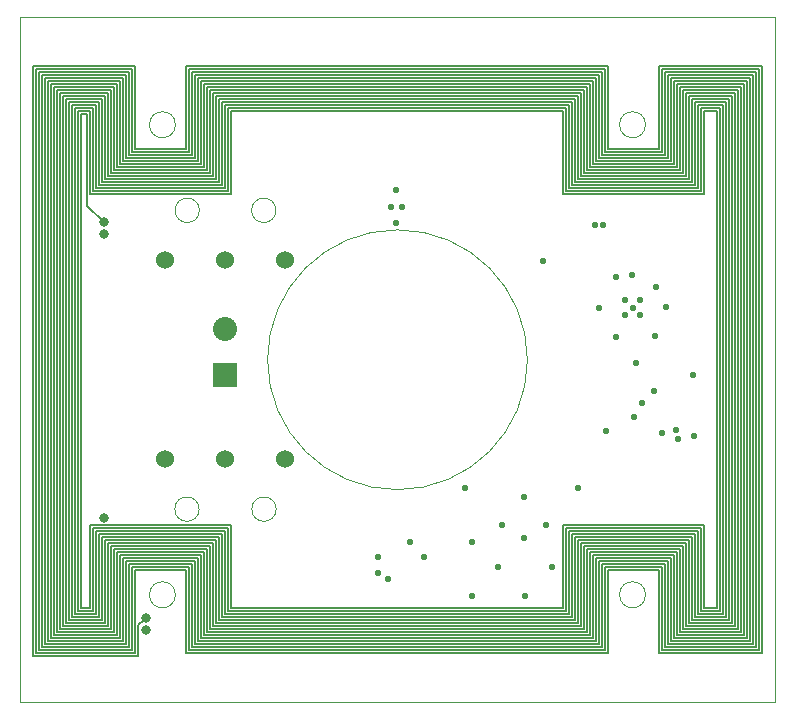
<source format=gbr>
%TF.GenerationSoftware,KiCad,Pcbnew,(5.1.4)-1*%
%TF.CreationDate,2019-10-25T20:54:22-07:00*%
%TF.ProjectId,solarpcd,736f6c61-7270-4636-942e-6b696361645f,rev?*%
%TF.SameCoordinates,Original*%
%TF.FileFunction,Copper,L2,Inr*%
%TF.FilePolarity,Positive*%
%FSLAX46Y46*%
G04 Gerber Fmt 4.6, Leading zero omitted, Abs format (unit mm)*
G04 Created by KiCad (PCBNEW (5.1.4)-1) date 2019-10-25 20:54:22*
%MOMM*%
%LPD*%
G04 APERTURE LIST*
%ADD10C,0.050000*%
%ADD11C,0.120000*%
%ADD12C,0.100000*%
%ADD13C,1.524000*%
%ADD14C,2.032000*%
%ADD15R,2.032000X2.032000*%
%ADD16C,0.584200*%
%ADD17C,0.800000*%
%ADD18C,0.127000*%
G04 APERTURE END LIST*
D10*
X156000000Y-99000000D02*
G75*
G03X156000000Y-99000000I-11000000J0D01*
G01*
X134727563Y-111650000D02*
G75*
G03X134727563Y-111650000I-1029563J0D01*
G01*
X128202563Y-111650000D02*
G75*
G03X128202563Y-111650000I-1029563J0D01*
G01*
X134704563Y-86350000D02*
G75*
G03X134704563Y-86350000I-1029563J0D01*
G01*
X128229563Y-86350000D02*
G75*
G03X128229563Y-86350000I-1029563J0D01*
G01*
X166000000Y-79100000D02*
G75*
G03X166000000Y-79100000I-1100000J0D01*
G01*
X126200000Y-79100000D02*
G75*
G03X126200000Y-79100000I-1100000J0D01*
G01*
X166000000Y-118900000D02*
G75*
G03X166000000Y-118900000I-1100000J0D01*
G01*
D11*
X126200000Y-118900000D02*
G75*
G03X126200000Y-118900000I-1100000J0D01*
G01*
D12*
X177000000Y-70000000D02*
X113000000Y-70000000D01*
X113000000Y-128000000D02*
X177000000Y-128000000D01*
X177000000Y-128000000D02*
X177000000Y-70000000D01*
X113000000Y-70000000D02*
X113000000Y-128000000D01*
D13*
X135509000Y-107442000D03*
X130429000Y-107442000D03*
X125349000Y-107442000D03*
X125349000Y-90551000D03*
X130429000Y-90551000D03*
X135509000Y-90551000D03*
D14*
X130429000Y-96398200D03*
D15*
X130429000Y-100253800D03*
D16*
X164934900Y-94604840D03*
X165541960Y-95211900D03*
X163512500Y-97091500D03*
X164272744Y-95204260D03*
X165517344Y-93934260D03*
X164272744Y-93934260D03*
X163507307Y-91983012D03*
X143383006Y-117094000D03*
X146018250Y-114458750D03*
X155796000Y-118966000D03*
X151296000Y-119038000D03*
X151296000Y-114466000D03*
X153543000Y-116586000D03*
X158115000Y-116586000D03*
X155702000Y-114109500D03*
X157543500Y-113030000D03*
X153860500Y-112966500D03*
X160274000Y-109855000D03*
X150749000Y-109855000D03*
X165227000Y-99314000D03*
X166878000Y-92837000D03*
X162623500Y-105029000D03*
X167376209Y-105218610D03*
X143383000Y-115697000D03*
X162088344Y-94594660D03*
X166751000Y-101663500D03*
X168592498Y-104965500D03*
X144208500Y-117601994D03*
X168783225Y-105728740D03*
X147256488Y-115697000D03*
X165735000Y-102679500D03*
X144907000Y-84645500D03*
X170116500Y-105473500D03*
X169989500Y-100266500D03*
X165036500Y-103886000D03*
X144907000Y-87439500D03*
D17*
X120142000Y-112395000D03*
X123698000Y-120904000D03*
X120142000Y-88392000D03*
X123698000Y-121920000D03*
X120142000Y-87376000D03*
D16*
X145415000Y-86042500D03*
X144462500Y-86042500D03*
X162369500Y-87566500D03*
X161734500Y-87566500D03*
X167767000Y-94551500D03*
X166814500Y-96964500D03*
X157353000Y-90614500D03*
X164882344Y-91825156D03*
X155702016Y-110617000D03*
D18*
X117221000Y-120777000D02*
X117221000Y-120904000D01*
X117221000Y-121031000D02*
X117221000Y-120777000D01*
X129921000Y-121031000D02*
X129921000Y-114046000D01*
X160020000Y-121031000D02*
X129921000Y-121031000D01*
X160020000Y-114046000D02*
X160020000Y-121031000D01*
X173101000Y-121031000D02*
X169926000Y-121031000D01*
X160020000Y-83947000D02*
X169926000Y-83947000D01*
X160020000Y-76962000D02*
X160020000Y-83947000D01*
X129921000Y-76962000D02*
X160020000Y-76962000D01*
X129921000Y-83947000D02*
X129921000Y-76962000D01*
X120015000Y-83947000D02*
X129921000Y-83947000D01*
X120015000Y-76962000D02*
X120015000Y-83947000D01*
X120269000Y-114300000D02*
X120269000Y-121285000D01*
X129667000Y-114300000D02*
X120269000Y-114300000D01*
X129667000Y-121285000D02*
X129667000Y-114300000D01*
X128143000Y-122809000D02*
X128143000Y-115824000D01*
X169672000Y-121285000D02*
X169672000Y-114300000D01*
X169672000Y-76708000D02*
X173355000Y-76708000D01*
X116713000Y-76708000D02*
X120269000Y-76708000D01*
X116713000Y-121539000D02*
X116713000Y-76708000D01*
X173355000Y-121285000D02*
X169672000Y-121285000D01*
X120269000Y-76708000D02*
X120269000Y-83693000D01*
X114427000Y-74422000D02*
X122555000Y-74422000D01*
X120523000Y-121539000D02*
X116713000Y-121539000D01*
X116967000Y-76962000D02*
X120015000Y-76962000D01*
X160528000Y-121539000D02*
X129413000Y-121539000D01*
X162306000Y-74676000D02*
X162306000Y-81661000D01*
X169418000Y-114554000D02*
X160528000Y-114554000D01*
X161036000Y-82946000D02*
X168895000Y-82946000D01*
X129667000Y-83693000D02*
X129667000Y-76708000D01*
X169164000Y-121793000D02*
X169164000Y-114808000D01*
X129413000Y-76454000D02*
X160528000Y-76454000D01*
X116459000Y-76454000D02*
X120523000Y-76454000D01*
X116459000Y-121793000D02*
X116459000Y-76454000D01*
X129159000Y-121793000D02*
X129159000Y-114808000D01*
X160782000Y-114808000D02*
X160782000Y-121793000D01*
X122301000Y-81661000D02*
X127635000Y-81661000D01*
X120269000Y-83693000D02*
X129667000Y-83693000D01*
X115951000Y-75946000D02*
X121031000Y-75946000D01*
X120523000Y-76454000D02*
X120523000Y-83439000D01*
X160782000Y-121793000D02*
X129159000Y-121793000D01*
X169164000Y-114808000D02*
X160782000Y-114808000D01*
X173863000Y-121793000D02*
X169164000Y-121793000D01*
X169672000Y-83693000D02*
X169672000Y-76708000D01*
X169164000Y-76200000D02*
X173863000Y-76200000D01*
X127889000Y-116078000D02*
X122047000Y-116078000D01*
X129159000Y-76200000D02*
X160782000Y-76200000D01*
X122301000Y-123317000D02*
X114935000Y-123317000D01*
X162052000Y-123063000D02*
X127889000Y-123063000D01*
X120777000Y-76200000D02*
X120777000Y-83185000D01*
X116205000Y-122047000D02*
X116205000Y-76200000D01*
X121031000Y-122047000D02*
X116205000Y-122047000D01*
X167894000Y-81915000D02*
X167894000Y-74930000D01*
X120777000Y-114808000D02*
X120777000Y-121793000D01*
X121031000Y-115062000D02*
X121031000Y-122047000D01*
X161036000Y-122047000D02*
X128905000Y-122047000D01*
X168910000Y-115062000D02*
X161036000Y-115062000D01*
X160274000Y-114300000D02*
X160274000Y-121285000D01*
X169672000Y-114300000D02*
X160274000Y-114300000D01*
X168910000Y-82931000D02*
X168910000Y-75946000D01*
X128905000Y-115062000D02*
X121031000Y-115062000D01*
X161798000Y-82169000D02*
X168148000Y-82169000D01*
X161036000Y-75946000D02*
X161036000Y-82946000D01*
X128905000Y-82931000D02*
X128905000Y-75946000D01*
X160528000Y-114554000D02*
X160528000Y-121539000D01*
X162306000Y-116332000D02*
X162306000Y-123317000D01*
X127889000Y-81915000D02*
X127889000Y-74930000D01*
X161290000Y-115316000D02*
X161290000Y-122301000D01*
X167894000Y-123063000D02*
X167894000Y-116078000D01*
X160528000Y-83439000D02*
X169418000Y-83439000D01*
X168656000Y-115316000D02*
X161290000Y-115316000D01*
X168656000Y-122301000D02*
X168656000Y-115316000D01*
X120015000Y-114046000D02*
X120015000Y-121031000D01*
X129413000Y-121539000D02*
X129413000Y-114554000D01*
X174625000Y-122555000D02*
X168402000Y-122555000D01*
X160274000Y-76708000D02*
X160274000Y-83693000D01*
X168656000Y-75692000D02*
X174371000Y-75692000D01*
X168656000Y-82677000D02*
X168656000Y-75692000D01*
X161290000Y-82677000D02*
X168656000Y-82677000D01*
X128651000Y-75692000D02*
X161290000Y-75692000D01*
X128651000Y-82677000D02*
X128651000Y-75692000D01*
X121285000Y-75692000D02*
X121285000Y-82677000D01*
X121539000Y-122555000D02*
X115697000Y-122555000D01*
X121539000Y-115570000D02*
X121539000Y-122555000D01*
X128397000Y-122555000D02*
X128397000Y-115570000D01*
X120523000Y-83439000D02*
X129413000Y-83439000D01*
X175133000Y-123063000D02*
X167894000Y-123063000D01*
X114681000Y-123571000D02*
X114681000Y-74676000D01*
X161544000Y-115570000D02*
X161544000Y-122555000D01*
X115189000Y-75184000D02*
X121793000Y-75184000D01*
X128905000Y-122047000D02*
X128905000Y-115062000D01*
X161798000Y-75184000D02*
X161798000Y-82169000D01*
X168402000Y-122555000D02*
X168402000Y-115570000D01*
X168402000Y-115570000D02*
X161544000Y-115570000D01*
X169926000Y-121031000D02*
X169926000Y-114046000D01*
X167640000Y-116332000D02*
X162306000Y-116332000D01*
X161544000Y-75438000D02*
X161544000Y-82423000D01*
X114935000Y-123317000D02*
X114935000Y-74930000D01*
X161544000Y-122555000D02*
X128397000Y-122555000D01*
X128397000Y-115570000D02*
X121539000Y-115570000D01*
X161544000Y-82423000D02*
X168402000Y-82423000D01*
X120269000Y-121285000D02*
X116967000Y-121285000D01*
X129413000Y-114554000D02*
X120523000Y-114554000D01*
X174371000Y-122301000D02*
X168656000Y-122301000D01*
X120777000Y-121793000D02*
X116459000Y-121793000D01*
X162560000Y-81407000D02*
X167386000Y-81407000D01*
X128397000Y-82423000D02*
X128397000Y-75438000D01*
X127635000Y-81661000D02*
X127635000Y-74676000D01*
X162306000Y-123317000D02*
X127635000Y-123317000D01*
X160274000Y-83693000D02*
X169672000Y-83693000D01*
X121285000Y-82677000D02*
X128651000Y-82677000D01*
X115443000Y-122809000D02*
X115443000Y-75438000D01*
X120015000Y-121031000D02*
X117221000Y-121031000D01*
X129667000Y-76708000D02*
X160274000Y-76708000D01*
X167386000Y-123571000D02*
X167386000Y-116586000D01*
X121793000Y-115824000D02*
X121793000Y-122809000D01*
X129413000Y-83439000D02*
X129413000Y-76454000D01*
X127889000Y-74930000D02*
X162052000Y-74930000D01*
X168895000Y-82946000D02*
X168910000Y-82931000D01*
X121539000Y-75438000D02*
X121539000Y-82423000D01*
X167386000Y-74422000D02*
X175641000Y-74422000D01*
X115189000Y-123063000D02*
X115189000Y-75184000D01*
X168402000Y-82423000D02*
X168402000Y-75438000D01*
X169926000Y-76962000D02*
X173101000Y-76962000D01*
X114681000Y-74676000D02*
X122301000Y-74676000D01*
X128143000Y-115824000D02*
X121793000Y-115824000D01*
X128651000Y-115316000D02*
X121285000Y-115316000D01*
X174879000Y-122809000D02*
X168148000Y-122809000D01*
X114427000Y-123825000D02*
X114427000Y-74422000D01*
X162052000Y-81915000D02*
X167894000Y-81915000D01*
X168148000Y-115824000D02*
X161798000Y-115824000D01*
X160782000Y-76200000D02*
X160782000Y-83185000D01*
X168148000Y-82169000D02*
X168148000Y-75184000D01*
X169164000Y-83185000D02*
X169164000Y-76200000D01*
X162560000Y-74422000D02*
X162560000Y-81407000D01*
X160782000Y-83185000D02*
X169164000Y-83185000D01*
X127381000Y-116586000D02*
X122555000Y-116586000D01*
X127635000Y-116332000D02*
X122301000Y-116332000D01*
X121793000Y-82169000D02*
X128143000Y-82169000D01*
X161798000Y-115824000D02*
X161798000Y-122809000D01*
X169418000Y-76454000D02*
X173609000Y-76454000D01*
X168148000Y-75184000D02*
X174879000Y-75184000D01*
X160274000Y-121285000D02*
X129667000Y-121285000D01*
X120523000Y-114554000D02*
X120523000Y-121539000D01*
X122047000Y-123063000D02*
X115189000Y-123063000D01*
X121793000Y-122809000D02*
X115443000Y-122809000D01*
X122555000Y-116586000D02*
X122555000Y-123571000D01*
X122047000Y-116078000D02*
X122047000Y-123063000D01*
X121285000Y-115316000D02*
X121285000Y-122301000D01*
X127889000Y-123063000D02*
X127889000Y-116078000D01*
X116205000Y-76200000D02*
X120777000Y-76200000D01*
X121285000Y-122301000D02*
X115951000Y-122301000D01*
X122555000Y-123571000D02*
X114681000Y-123571000D01*
X115697000Y-122555000D02*
X115697000Y-75692000D01*
X162052000Y-116078000D02*
X162052000Y-123063000D01*
X167894000Y-74930000D02*
X175133000Y-74930000D01*
X169926000Y-83947000D02*
X169926000Y-76962000D01*
X121539000Y-82423000D02*
X128397000Y-82423000D01*
X121031000Y-82931000D02*
X128905000Y-82931000D01*
X127635000Y-123317000D02*
X127635000Y-116332000D01*
X129921000Y-114046000D02*
X120015000Y-114046000D01*
X174117000Y-122047000D02*
X168910000Y-122047000D01*
X161290000Y-75692000D02*
X161290000Y-82677000D01*
X122301000Y-116332000D02*
X122301000Y-123317000D01*
X122301000Y-74676000D02*
X122301000Y-81661000D01*
X160528000Y-76454000D02*
X160528000Y-83439000D01*
X168910000Y-75946000D02*
X174117000Y-75946000D01*
X161798000Y-122809000D02*
X128143000Y-122809000D01*
X161290000Y-122301000D02*
X128651000Y-122301000D01*
X168910000Y-122047000D02*
X168910000Y-115062000D01*
X128143000Y-75184000D02*
X161798000Y-75184000D01*
X167640000Y-123317000D02*
X167640000Y-116332000D01*
X175387000Y-123317000D02*
X167640000Y-123317000D01*
X129159000Y-83185000D02*
X129159000Y-76200000D01*
X162306000Y-81661000D02*
X167640000Y-81661000D01*
X122047000Y-81915000D02*
X127889000Y-81915000D01*
X168148000Y-122809000D02*
X168148000Y-115824000D01*
X173609000Y-121539000D02*
X169418000Y-121539000D01*
X162052000Y-74930000D02*
X162052000Y-81915000D01*
X128905000Y-75946000D02*
X161036000Y-75946000D01*
X167894000Y-116078000D02*
X162052000Y-116078000D01*
X127635000Y-74676000D02*
X162306000Y-74676000D01*
X122555000Y-81407000D02*
X127381000Y-81407000D01*
X121031000Y-75946000D02*
X121031000Y-82931000D01*
X128143000Y-82169000D02*
X128143000Y-75184000D01*
X122047000Y-74930000D02*
X122047000Y-81915000D01*
X114935000Y-74930000D02*
X122047000Y-74930000D01*
X127381000Y-123571000D02*
X127381000Y-116586000D01*
X120777000Y-83185000D02*
X129159000Y-83185000D01*
X162560000Y-123571000D02*
X127381000Y-123571000D01*
X169418000Y-121539000D02*
X169418000Y-114554000D01*
X128651000Y-122301000D02*
X128651000Y-115316000D01*
X116967000Y-121285000D02*
X116967000Y-76962000D01*
X162560000Y-116586000D02*
X162560000Y-123571000D01*
X122555000Y-74422000D02*
X122555000Y-81407000D01*
X128397000Y-75438000D02*
X161544000Y-75438000D01*
X167386000Y-116586000D02*
X162560000Y-116586000D01*
X115443000Y-75438000D02*
X121539000Y-75438000D01*
X169418000Y-83439000D02*
X169418000Y-76454000D01*
X115697000Y-75692000D02*
X121285000Y-75692000D01*
X175641000Y-123571000D02*
X167386000Y-123571000D01*
X161036000Y-115062000D02*
X161036000Y-122047000D01*
X127381000Y-74422000D02*
X162560000Y-74422000D01*
X168402000Y-75438000D02*
X174625000Y-75438000D01*
X121793000Y-75184000D02*
X121793000Y-82169000D01*
X129159000Y-114808000D02*
X120777000Y-114808000D01*
X167386000Y-81407000D02*
X167386000Y-74422000D01*
X127381000Y-81407000D02*
X127381000Y-74422000D01*
X167640000Y-74676000D02*
X175387000Y-74676000D01*
X169926000Y-114046000D02*
X160020000Y-114046000D01*
X167640000Y-81661000D02*
X167640000Y-74676000D01*
X114427000Y-123825000D02*
X122809000Y-123825000D01*
X122809000Y-123825000D02*
X122809000Y-116840000D01*
X122809000Y-116840000D02*
X127127000Y-116840000D01*
X127127000Y-116840000D02*
X127127000Y-123825000D01*
X127127000Y-123825000D02*
X162814000Y-123825000D01*
X162814000Y-123825000D02*
X162814000Y-116840000D01*
X162814000Y-116840000D02*
X167132000Y-116840000D01*
X167132000Y-116840000D02*
X167132000Y-123825000D01*
X167132000Y-123825000D02*
X175895000Y-123825000D01*
X175895000Y-74168000D02*
X167132000Y-74168000D01*
X167132000Y-74168000D02*
X167132000Y-81153000D01*
X167132000Y-81153000D02*
X162814000Y-81153000D01*
X162814000Y-81153000D02*
X162814000Y-74168000D01*
X162814000Y-74168000D02*
X127127000Y-74168000D01*
X127127000Y-74168000D02*
X127127000Y-81153000D01*
X127127000Y-81153000D02*
X122809000Y-81153000D01*
X122809000Y-81153000D02*
X122809000Y-74168000D01*
X122809000Y-74168000D02*
X114173000Y-74168000D01*
X114173000Y-74168000D02*
X114173000Y-124079000D01*
X114173000Y-124079000D02*
X123063000Y-124079000D01*
X123063000Y-121468000D02*
X123500000Y-121031000D01*
X123063000Y-124079000D02*
X123063000Y-121468000D01*
X115951000Y-122301000D02*
X115951000Y-75946000D01*
X173101000Y-76962000D02*
X173101000Y-121031000D01*
X173355000Y-76708000D02*
X173355000Y-121285000D01*
X173609000Y-76454000D02*
X173609000Y-121539000D01*
X175895000Y-123825000D02*
X175895000Y-74168000D01*
X175641000Y-74422000D02*
X175641000Y-123571000D01*
X175387000Y-74676000D02*
X175387000Y-123317000D01*
X175133000Y-74930000D02*
X175133000Y-123063000D01*
X174879000Y-75184000D02*
X174879000Y-122809000D01*
X174625000Y-75438000D02*
X174625000Y-122555000D01*
X174371000Y-75692000D02*
X174371000Y-122301000D01*
X174117000Y-75946000D02*
X174117000Y-122047000D01*
X173863000Y-76200000D02*
X173863000Y-121793000D01*
X118745000Y-85979000D02*
X120142000Y-87376000D01*
X118745000Y-78232000D02*
X118745000Y-85979000D01*
X118999000Y-113030000D02*
X118999000Y-120015000D01*
X159004000Y-120015000D02*
X130937000Y-120015000D01*
X118237000Y-120015000D02*
X118237000Y-78232000D01*
X170942000Y-120015000D02*
X170942000Y-113030000D01*
X172085000Y-120015000D02*
X170942000Y-120015000D01*
X170942000Y-77978000D02*
X172085000Y-77978000D01*
X170942000Y-84963000D02*
X170942000Y-77978000D01*
X118999000Y-84963000D02*
X130937000Y-84963000D01*
X118999000Y-77978000D02*
X118999000Y-84963000D01*
X117983000Y-77978000D02*
X118999000Y-77978000D01*
X119253000Y-120269000D02*
X117983000Y-120269000D01*
X118999000Y-120015000D02*
X118237000Y-120015000D01*
X170942000Y-113030000D02*
X159004000Y-113030000D01*
X130683000Y-113284000D02*
X119253000Y-113284000D01*
X130683000Y-120269000D02*
X130683000Y-113284000D01*
X159258000Y-113284000D02*
X159258000Y-120269000D01*
X170688000Y-113284000D02*
X159258000Y-113284000D01*
X159004000Y-113030000D02*
X159004000Y-120015000D01*
X170688000Y-120269000D02*
X170688000Y-113284000D01*
X172339000Y-77724000D02*
X172339000Y-120269000D01*
X159258000Y-77724000D02*
X159258000Y-84709000D01*
X130683000Y-84709000D02*
X130683000Y-77724000D01*
X130937000Y-113030000D02*
X118999000Y-113030000D01*
X119253000Y-84709000D02*
X130683000Y-84709000D01*
X159512000Y-113538000D02*
X159512000Y-120523000D01*
X119507000Y-120523000D02*
X117729000Y-120523000D01*
X170434000Y-113538000D02*
X159512000Y-113538000D01*
X119507000Y-84455000D02*
X130429000Y-84455000D01*
X117475000Y-120777000D02*
X117475000Y-77470000D01*
X130429000Y-113538000D02*
X119507000Y-113538000D01*
X170434000Y-120523000D02*
X170434000Y-113538000D01*
X172593000Y-120523000D02*
X170434000Y-120523000D01*
X118237000Y-78232000D02*
X118745000Y-78232000D01*
X119253000Y-77724000D02*
X119253000Y-84709000D01*
X172593000Y-77470000D02*
X172593000Y-120523000D01*
X130937000Y-77978000D02*
X159004000Y-77978000D01*
X130175000Y-120777000D02*
X130175000Y-113792000D01*
X117729000Y-77724000D02*
X119253000Y-77724000D01*
X170434000Y-77470000D02*
X172593000Y-77470000D01*
X170688000Y-77724000D02*
X172339000Y-77724000D01*
X130429000Y-120523000D02*
X130429000Y-113538000D01*
X130683000Y-77724000D02*
X159258000Y-77724000D01*
X119761000Y-113792000D02*
X119761000Y-120777000D01*
X159512000Y-77470000D02*
X159512000Y-84455000D01*
X159004000Y-84963000D02*
X170942000Y-84963000D01*
X170688000Y-84709000D02*
X170688000Y-77724000D01*
X130429000Y-77470000D02*
X159512000Y-77470000D01*
X159766000Y-120777000D02*
X130175000Y-120777000D01*
X130429000Y-84455000D02*
X130429000Y-77470000D01*
X130937000Y-84963000D02*
X130937000Y-77978000D01*
X159258000Y-84709000D02*
X170688000Y-84709000D01*
X130175000Y-84201000D02*
X130175000Y-77216000D01*
X159258000Y-120269000D02*
X130683000Y-120269000D01*
X172847000Y-120777000D02*
X170180000Y-120777000D01*
X119507000Y-77470000D02*
X119507000Y-84455000D01*
X170180000Y-120777000D02*
X170180000Y-113792000D01*
X117475000Y-77470000D02*
X119507000Y-77470000D01*
X170434000Y-84455000D02*
X170434000Y-77470000D01*
X159512000Y-120523000D02*
X130429000Y-120523000D01*
X159766000Y-113792000D02*
X159766000Y-120777000D01*
X117221000Y-77216000D02*
X119761000Y-77216000D01*
X119761000Y-120777000D02*
X117475000Y-120777000D01*
X117729000Y-120523000D02*
X117729000Y-77724000D01*
X159004000Y-77978000D02*
X159004000Y-84963000D01*
X170180000Y-113792000D02*
X159766000Y-113792000D01*
X119507000Y-113538000D02*
X119507000Y-120523000D01*
X130175000Y-113792000D02*
X119761000Y-113792000D01*
X130937000Y-120015000D02*
X130937000Y-113030000D01*
X170180000Y-77216000D02*
X172847000Y-77216000D01*
X172085000Y-77978000D02*
X172085000Y-120015000D01*
X117983000Y-120269000D02*
X117983000Y-77978000D01*
X159512000Y-84455000D02*
X170434000Y-84455000D01*
X119761000Y-84201000D02*
X130175000Y-84201000D01*
X170180000Y-84201000D02*
X170180000Y-77216000D01*
X130175000Y-77216000D02*
X159766000Y-77216000D01*
X119253000Y-113284000D02*
X119253000Y-120269000D01*
X159766000Y-84201000D02*
X170180000Y-84201000D01*
X159766000Y-77216000D02*
X159766000Y-84201000D01*
X172339000Y-120269000D02*
X170688000Y-120269000D01*
X172847000Y-77216000D02*
X172847000Y-120777000D01*
X119761000Y-77216000D02*
X119761000Y-84201000D01*
X117221000Y-120777000D02*
X117221000Y-77216000D01*
M02*

</source>
